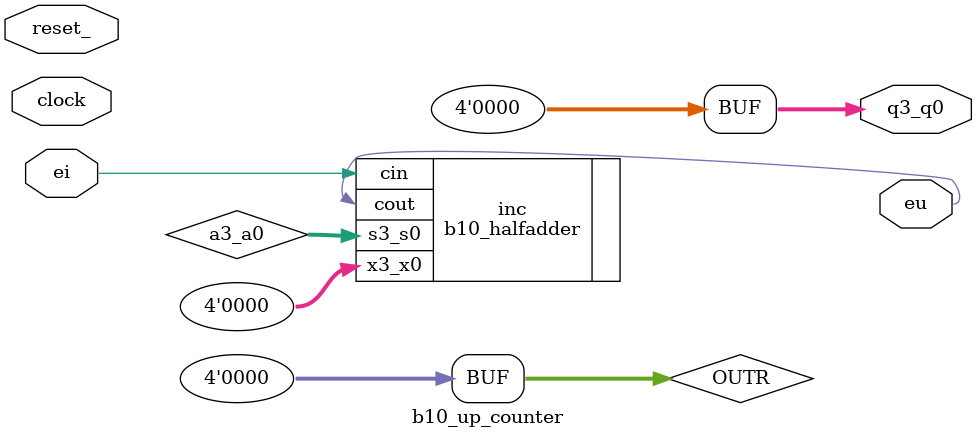
<source format=v>
module b10_up_counter(eu, q3_q0, ei, clock, reset_);
  input clock, reset_;
  input ei;
  output eu;
	output[3:0] q3_q0;
  
	reg[3:0] OUTR;
  assign q3_q0 = OUTR;	
  
	wire[3:0] a3_a0; // l'uscita dell'incrementatore
	b10_halfadder inc (
		.x3_x0(q3_q0), .cin(ei),
		.s3_s0(a3_a0), .cout(eu)
	);

  always @(reset_ == 0) #1 OUTR <= 0;
  always @(posedge clock) if (reset_==1) #2 OUTR <= a3_a0;
endmodule

</source>
